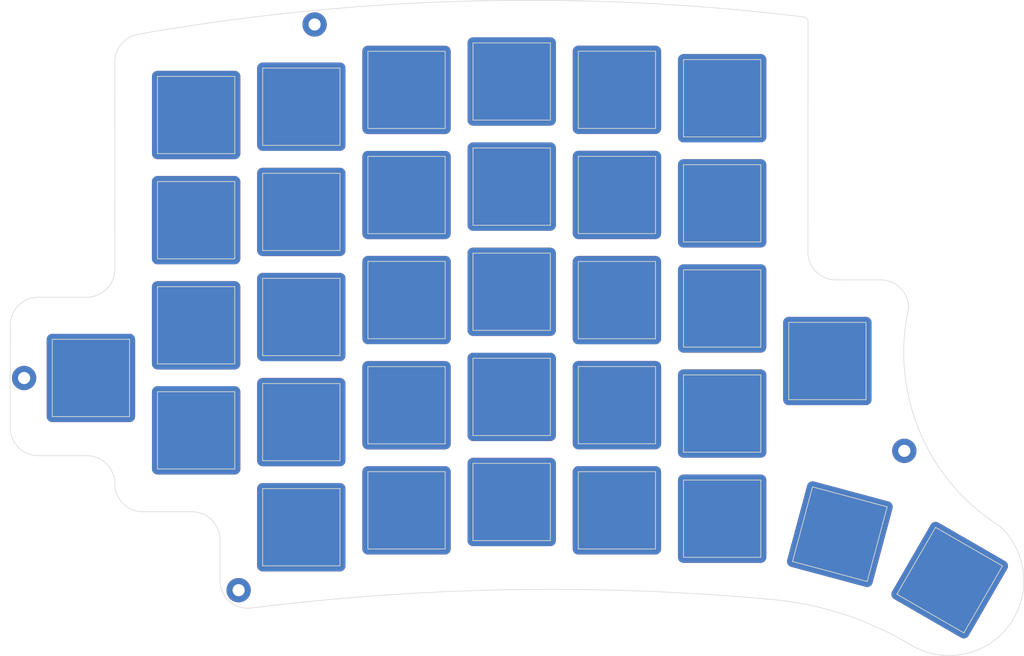
<source format=kicad_pcb>
(kicad_pcb (version 20240108) (generator "pcbnew") (generator_version "8.0")
  (title_block (title "Ashwing66") (date "2024-05-09") (rev "1") (company "James Gzowski"))
  (layers (0 "F.Cu" signal) (31 "B.Cu" signal) (34 "B.Paste" user) (35 "F.Paste" user) (36 "B.SilkS" user "B.Silkscreen") (37 "F.SilkS" user "F.Silkscreen") (38 "B.Mask" user) (39 "F.Mask" user) (44 "Edge.Cuts" user))
  (net 0 "")
  (net 1 "Col_0")
  (net 2 "Col_1")
  (net 3 "Col_2")
  (net 4 "Col_3")
  (net 5 "Col_4")
  (net 6 "Col_5")
  (net 7 "Col_6")
  (net 8 "Col_7")
  (footprint "Button_Switch_Keyboard:SW_Cherry_Choc5_MX_1.00u_PCB_LED_3D2_CUTOUT4" (layer "F.Cu") (at 170.837141 163.899694)
    (property "Reference" "K49" (hide yes))
    (property "Value" "Blank" (hide yes))
    (fp_line (start -9.537 -1.918) (end -9.537 12.082) (stroke (width 0.15)) (layer "Edge.Cuts"))
    (fp_line (start -9.537 12.082) (end 4.463 12.082) (stroke (width 0.15)) (layer "Edge.Cuts"))
    (fp_line (start 4.463 -1.918) (end -9.537 -1.918) (stroke (width 0.15)) (layer "Edge.Cuts"))
    (fp_line (start 4.463 12.082) (end 4.463 -1.918) (stroke (width 0.15)) (layer "Edge.Cuts"))
    (pad "1" smd roundrect (at -2.537 5.082 180) (size 16 16) (layers "F.Cu" "F.Mask") (roundrect_rratio 0.063) (net 2 "Col_1"))
    (pad "1" smd roundrect (at -2.537 5.082 180) (size 16 16) (layers "B.Cu" "B.Mask") (roundrect_rratio 0.063) (net 2 "Col_1"))
  )
  (footprint "" (layer "F.Cu") (at 277.503552 174.190917)
    (property "Reference" "" (at 0 0 0) (layer "F.SilkS") (effects (font (size 1.27 1.27))))
    (property "Value" "")
    (pad "1" thru_hole circle (at 0 0 15) (size 4.4 4.4) (drill 2.2) (layers "*.Cu" "*.Mask"))
  )
  (footprint "Button_Switch_Keyboard:SW_Cherry_Choc5_MX_1.00u_PCB_LED_3D2_CUTOUT4" (layer "F.Cu") (at 170.83714 144.849685)
    (property "Reference" "K33" (hide yes))
    (property "Value" "Blank" (hide yes))
    (fp_line (start -9.537 -1.918) (end -9.537 12.082) (stroke (width 0.15)) (layer "Edge.Cuts"))
    (fp_line (start -9.537 12.082) (end 4.463 12.082) (stroke (width 0.15)) (layer "Edge.Cuts"))
    (fp_line (start 4.463 -1.918) (end -9.537 -1.918) (stroke (width 0.15)) (layer "Edge.Cuts"))
    (fp_line (start 4.463 12.082) (end 4.463 -1.918) (stroke (width 0.15)) (layer "Edge.Cuts"))
    (pad "1" smd roundrect (at -2.537 5.082 180) (size 16 16) (layers "F.Cu" "F.Mask") (roundrect_rratio 0.063) (net 2 "Col_1"))
    (pad "1" smd roundrect (at -2.537 5.082 180) (size 16 16) (layers "B.Cu" "B.Mask") (roundrect_rratio 0.063) (net 2 "Col_1"))
  )
  (footprint "Button_Switch_Keyboard:SW_Cherry_Choc5_MX_1.00u_PCB_LED_3D2_CUTOUT4" (layer "F.Cu") (at 151.787148 127.300986)
    (property "Reference" "K16" (hide yes))
    (property "Value" "Blank" (hide yes))
    (fp_line (start -9.537 -1.918) (end -9.537 12.082) (stroke (width 0.15)) (layer "Edge.Cuts"))
    (fp_line (start -9.537 12.082) (end 4.463 12.082) (stroke (width 0.15)) (layer "Edge.Cuts"))
    (fp_line (start 4.463 -1.918) (end -9.537 -1.918) (stroke (width 0.15)) (layer "Edge.Cuts"))
    (fp_line (start 4.463 12.082) (end 4.463 -1.918) (stroke (width 0.15)) (layer "Edge.Cuts"))
    (pad "1" smd roundrect (at -2.537 5.082 180) (size 16 16) (layers "F.Cu" "F.Mask") (roundrect_rratio 0.063) (net 1 "Col_0"))
    (pad "1" smd roundrect (at -2.537 5.082 180) (size 16 16) (layers "B.Cu" "B.Mask") (roundrect_rratio 0.063) (net 1 "Col_0"))
  )
  (footprint "Button_Switch_Keyboard:SW_Cherry_Choc5_MX_1.00u_PCB_LED_3D2_CUTOUT4" (layer "F.Cu") (at 189.899843 141.776291)
    (property "Reference" "K34" (hide yes))
    (property "Value" "Blank" (hide yes))
    (fp_line (start -9.537 -1.918) (end -9.537 12.082) (stroke (width 0.15)) (layer "Edge.Cuts"))
    (fp_line (start -9.537 12.082) (end 4.463 12.082) (stroke (width 0.15)) (layer "Edge.Cuts"))
    (fp_line (start 4.463 -1.918) (end -9.537 -1.918) (stroke (width 0.15)) (layer "Edge.Cuts"))
    (fp_line (start 4.463 12.082) (end 4.463 -1.918) (stroke (width 0.15)) (layer "Edge.Cuts"))
    (pad "1" smd roundrect (at -2.537 5.082 180) (size 16 16) (layers "F.Cu" "F.Mask") (roundrect_rratio 0.063) (net 3 "Col_2"))
    (pad "1" smd roundrect (at -2.537 5.082 180) (size 16 16) (layers "B.Cu" "B.Mask") (roundrect_rratio 0.063) (net 3 "Col_2"))
  )
  (footprint "Button_Switch_Keyboard:SW_Cherry_Choc5_MX_1.00u_PCB_LED_3D2_CUTOUT4" (layer "F.Cu") (at 151.793495 108.238282)
    (property "Reference" "K0" (hide yes))
    (property "Value" "Blank" (hide yes))
    (fp_line (start -9.537 -1.918) (end -9.537 12.082) (stroke (width 0.15)) (layer "Edge.Cuts"))
    (fp_line (start -9.537 12.082) (end 4.463 12.082) (stroke (width 0.15)) (layer "Edge.Cuts"))
    (fp_line (start 4.463 -1.918) (end -9.537 -1.918) (stroke (width 0.15)) (layer "Edge.Cuts"))
    (fp_line (start 4.463 12.082) (end 4.463 -1.918) (stroke (width 0.15)) (layer "Edge.Cuts"))
    (pad "1" smd roundrect (at -2.537 5.082 180) (size 16 16) (layers "F.Cu" "F.Mask") (roundrect_rratio 0.063) (net 1 "Col_0"))
    (pad "1" smd roundrect (at -2.537 5.082 180) (size 16 16) (layers "B.Cu" "B.Mask") (roundrect_rratio 0.063) (net 1 "Col_0"))
  )
  (footprint "Button_Switch_Keyboard:SW_Cherry_Choc5_MX_1.00u_PCB_LED_3D2_CUTOUT4" (layer "F.Cu") (at 208.937141 178.377679)
    (property "Reference" "K66" (hide yes))
    (property "Value" "Blank" (hide yes))
    (fp_line (start -9.537 -1.918) (end -9.537 12.082) (stroke (width 0.15)) (layer "Edge.Cuts"))
    (fp_line (start -9.537 12.082) (end 4.463 12.082) (stroke (width 0.15)) (layer "Edge.Cuts"))
    (fp_line (start 4.463 -1.918) (end -9.537 -1.918) (stroke (width 0.15)) (layer "Edge.Cuts"))
    (fp_line (start 4.463 12.082) (end 4.463 -1.918) (stroke (width 0.15)) (layer "Edge.Cuts"))
    (pad "1" smd roundrect (at -2.537 5.082 180) (size 16 16) (layers "F.Cu" "F.Mask") (roundrect_rratio 0.063) (net 4 "Col_3"))
    (pad "1" smd roundrect (at -2.537 5.082 180) (size 16 16) (layers "B.Cu" "B.Mask") (roundrect_rratio 0.063) (net 4 "Col_3"))
  )
  (footprint "Button_Switch_Keyboard:SW_Cherry_Choc5_MX_1.00u_PCB_LED_3D2_CUTOUT4" (layer "F.Cu") (at 227.993493 141.788989)
    (property "Reference" "K36" (hide yes))
    (property "Value" "Blank" (hide yes))
    (fp_line (start -9.537 -1.918) (end -9.537 12.082) (stroke (width 0.15)) (layer "Edge.Cuts"))
    (fp_line (start -9.537 12.082) (end 4.463 12.082) (stroke (width 0.15)) (layer "Edge.Cuts"))
    (fp_line (start 4.463 -1.918) (end -9.537 -1.918) (stroke (width 0.15)) (layer "Edge.Cuts"))
    (fp_line (start 4.463 12.082) (end 4.463 -1.918) (stroke (width 0.15)) (layer "Edge.Cuts"))
    (pad "1" smd roundrect (at -2.537 5.082 180) (size 16 16) (layers "F.Cu" "F.Mask") (roundrect_rratio 0.063) (net 5 "Col_4"))
    (pad "1" smd roundrect (at -2.537 5.082 180) (size 16 16) (layers "B.Cu" "B.Mask") (roundrect_rratio 0.063) (net 5 "Col_4"))
  )
  (footprint "MountingHole:MountingHole_2.2mm_M2_Pad" (layer "F.Cu") (at 156.952672 199.440805 30)
    (property "Reference" "H4")
    (property "Value" "MountingHole")
    (pad "1" thru_hole circle (at 0 0 30) (size 4.4 4.4) (drill 2.2) (layers "*.Cu" "*.Mask"))
  )
  (footprint "Button_Switch_Keyboard:SW_Cherry_Choc5_MX_1.00u_PCB_LED_3D2_CUTOUT4" (layer "F.Cu") (at 227.999836 160.826284)
    (property "Reference" "K52" (hide yes))
    (property "Value" "Blank" (hide yes))
    (fp_line (start -9.537 -1.918) (end -9.537 12.082) (stroke (width 0.15)) (layer "Edge.Cuts"))
    (fp_line (start -9.537 12.082) (end 4.463 12.082) (stroke (width 0.15)) (layer "Edge.Cuts"))
    (fp_line (start 4.463 -1.918) (end -9.537 -1.918) (stroke (width 0.15)) (layer "Edge.Cuts"))
    (fp_line (start 4.463 12.082) (end 4.463 -1.918) (stroke (width 0.15)) (layer "Edge.Cuts"))
    (pad "1" smd roundrect (at -2.537 5.082 180) (size 16 16) (layers "F.Cu" "F.Mask") (roundrect_rratio 0.063) (net 5 "Col_4"))
    (pad "1" smd roundrect (at -2.537 5.082 180) (size 16 16) (layers "B.Cu" "B.Mask") (roundrect_rratio 0.063) (net 5 "Col_4"))
  )
  (footprint "Button_Switch_Keyboard:SW_Cherry_Choc5_MX_1.00u_PCB_LED_3D2_CUTOUT4" (layer "F.Cu") (at 290.462867 194.48531 -30)
    (property "Reference" "K69" (hide yes))
    (property "Value" "Blank" (hide yes))
    (fp_line (start -9.537 12.082) (end 4.463 12.082) (stroke (width 0.15)) (layer "Edge.Cuts"))
    (fp_line (start -9.537 -1.918) (end -9.537 12.082) (stroke (width 0.15)) (layer "Edge.Cuts"))
    (fp_line (start 4.463 12.082) (end 4.463 -1.918) (stroke (width 0.15)) (layer "Edge.Cuts"))
    (fp_line (start 4.463 -1.918) (end -9.537 -1.918) (stroke (width 0.15)) (layer "Edge.Cuts"))
    (pad "1" smd roundrect (at -2.537 5.082 150) (size 16 16) (layers "F.Cu" "F.Mask") (roundrect_rratio 0.063) (net 8 "Col_7"))
    (pad "1" smd roundrect (at -2.537 5.082 150) (size 16 16) (layers "B.Cu" "B.Mask") (roundrect_rratio 0.063) (net 8 "Col_7"))
  )
  (footprint "Button_Switch_Keyboard:SW_Cherry_Choc5_MX_1.00u_PCB_LED_3D2_CUTOUT4" (layer "F.Cu") (at 247.049841 143.300283)
    (property "Reference" "K37" (hide yes))
    (property "Value" "Blank" (hide yes))
    (fp_line (start -9.537 -1.918) (end -9.537 12.082) (stroke (width 0.15)) (layer "Edge.Cuts"))
    (fp_line (start -9.537 12.082) (end 4.463 12.082) (stroke (width 0.15)) (layer "Edge.Cuts"))
    (fp_line (start 4.463 -1.918) (end -9.537 -1.918) (stroke (width 0.15)) (layer "Edge.Cuts"))
    (fp_line (start 4.463 12.082) (end 4.463 -1.918) (stroke (width 0.15)) (layer "Edge.Cuts"))
    (pad "1" smd roundrect (at -2.537 5.082 180) (size 16 16) (layers "F.Cu" "F.Mask") (roundrect_rratio 0.063) (net 6 "Col_5"))
    (pad "1" smd roundrect (at -2.537 5.082 180) (size 16 16) (layers "B.Cu" "B.Mask") (roundrect_rratio 0.063) (net 6 "Col_5"))
  )
  (footprint "Button_Switch_Keyboard:SW_Cherry_Choc5_MX_1.00u_PCB_LED_3D2_CUTOUT4" (layer "F.Cu") (at 227.99984 122.726288)
    (property "Reference" "K20" (hide yes))
    (property "Value" "Blank" (hide yes))
    (fp_line (start -9.537 -1.918) (end -9.537 12.082) (stroke (width 0.15)) (layer "Edge.Cuts"))
    (fp_line (start -9.537 12.082) (end 4.463 12.082) (stroke (width 0.15)) (layer "Edge.Cuts"))
    (fp_line (start 4.463 -1.918) (end -9.537 -1.918) (stroke (width 0.15)) (layer "Edge.Cuts"))
    (fp_line (start 4.463 12.082) (end 4.463 -1.918) (stroke (width 0.15)) (layer "Edge.Cuts"))
    (pad "1" smd roundrect (at -2.537 5.082 180) (size 16 16) (layers "F.Cu" "F.Mask") (roundrect_rratio 0.063) (net 5 "Col_4"))
    (pad "1" smd roundrect (at -2.537 5.082 180) (size 16 16) (layers "B.Cu" "B.Mask") (roundrect_rratio 0.063) (net 5 "Col_4"))
  )
  (footprint "Button_Switch_Keyboard:SW_Cherry_Choc5_MX_1.00u_PCB_LED_3D2_CUTOUT4" (layer "F.Cu") (at 266.109241 152.827463)
    (property "Reference" "K60" (hide yes))
    (property "Value" "Blank" (hide yes))
    (fp_line (start -9.537 -1.918) (end -9.537 12.082) (stroke (width 0.15)) (layer "Edge.Cuts"))
    (fp_line (start -9.537 12.082) (end 4.463 12.082) (stroke (width 0.15)) (layer "Edge.Cuts"))
    (fp_line (start 4.463 -1.918) (end -9.537 -1.918) (stroke (width 0.15)) (layer "Edge.Cuts"))
    (fp_line (start 4.463 12.082) (end 4.463 -1.918) (stroke (width 0.15)) (layer "Edge.Cuts"))
    (pad "1" smd roundrect (at -2.537 5.082 180) (size 16 16) (layers "F.Cu" "F.Mask") (roundrect_rratio 0.063) (net 7 "Col_6"))
    (pad "1" smd roundrect (at -2.537 5.082 180) (size 16 16) (layers "B.Cu" "B.Mask") (roundrect_rratio 0.063) (net 7 "Col_6"))
  )
  (footprint "Button_Switch_Keyboard:SW_Cherry_Choc5_MX_1.00u_PCB_LED_3D2_CUTOUT4" (layer "F.Cu") (at 247.049846 124.250288)
    (property "Reference" "K21" (hide yes))
    (property "Value" "Blank" (hide yes))
    (fp_line (start -9.537 -1.918) (end -9.537 12.082) (stroke (width 0.15)) (layer "Edge.Cuts"))
    (fp_line (start -9.537 12.082) (end 4.463 12.082) (stroke (width 0.15)) (layer "Edge.Cuts"))
    (fp_line (start 4.463 -1.918) (end -9.537 -1.918) (stroke (width 0.15)) (layer "Edge.Cuts"))
    (fp_line (start 4.463 12.082) (end 4.463 -1.918) (stroke (width 0.15)) (layer "Edge.Cuts"))
    (pad "1" smd roundrect (at -2.537 5.082 180) (size 16 16) (layers "F.Cu" "F.Mask") (roundrect_rratio 0.063) (net 6 "Col_5"))
    (pad "1" smd roundrect (at -2.537 5.082 180) (size 16 16) (layers "B.Cu" "B.Mask") (roundrect_rratio 0.063) (net 6 "Col_5"))
  )
  (footprint "Button_Switch_Keyboard:SW_Cherry_Choc5_MX_1.00u_PCB_LED_3D2_CUTOUT4" (layer "F.Cu") (at 269.598331 185.037481 -15)
    (property "Reference" "K69" (hide yes))
    (property "Value" "Blank" (hide yes))
    (fp_line (start -9.537 12.082) (end 4.463 12.082) (stroke (width 0.15)) (layer "Edge.Cuts"))
    (fp_line (start -9.537 -1.918) (end -9.537 12.082) (stroke (width 0.15)) (layer "Edge.Cuts"))
    (fp_line (start 4.463 12.082) (end 4.463 -1.918) (stroke (width 0.15)) (layer "Edge.Cuts"))
    (fp_line (start 4.463 -1.918) (end -9.537 -1.918) (stroke (width 0.15)) (layer "Edge.Cuts"))
    (pad "1" smd roundrect (at -2.537 5.082 165) (size 16 16) (layers "F.Cu" "F.Mask") (roundrect_rratio 0.063) (net 7 "Col_6"))
    (pad "1" smd roundrect (at -2.537 5.082 165) (size 16 16) (layers "B.Cu" "B.Mask") (roundrect_rratio 0.063) (net 7 "Col_6"))
  )
  (footprint "Button_Switch_Keyboard:SW_Cherry_Choc5_MX_1.00u_PCB_LED_3D2_CUTOUT4" (layer "F.Cu") (at 247.049843 181.400286)
    (property "Reference" "K68" (hide yes))
    (property "Value" "Blank" (hide yes))
    (fp_line (start -9.537 -1.918) (end -9.537 12.082) (stroke (width 0.15)) (layer "Edge.Cuts"))
    (fp_line (start -9.537 12.082) (end 4.463 12.082) (stroke (width 0.15)) (layer "Edge.Cuts"))
    (fp_line (start 4.463 -1.918) (end -9.537 -1.918) (stroke (width 0.15)) (layer "Edge.Cuts"))
    (fp_line (start 4.463 12.082) (end 4.463 -1.918) (stroke (width 0.15)) (layer "Edge.Cuts"))
    (pad "1" smd roundrect (at -2.537 5.082 180) (size 16 16) (layers "F.Cu" "F.Mask") (roundrect_rratio 0.063) (net 6 "Col_5"))
    (pad "1" smd roundrect (at -2.537 5.082 180) (size 16 16) (layers "B.Cu" "B.Mask") (roundrect_rratio 0.063) (net 6 "Col_5"))
  )
  (footprint "Button_Switch_Keyboard:SW_Cherry_Choc5_MX_1.00u_PCB_LED_3D2_CUTOUT4" (layer "F.Cu") (at 189.893497 122.738983)
    (property "Reference" "K18" (hide yes))
    (property "Value" "Blank" (hide yes))
    (fp_line (start -9.537 -1.918) (end -9.537 12.082) (stroke (width 0.15)) (layer "Edge.Cuts"))
    (fp_line (start -9.537 12.082) (end 4.463 12.082) (stroke (width 0.15)) (layer "Edge.Cuts"))
    (fp_line (start 4.463 -1.918) (end -9.537 -1.918) (stroke (width 0.15)) (layer "Edge.Cuts"))
    (fp_line (start 4.463 12.082) (end 4.463 -1.918) (stroke (width 0.15)) (layer "Edge.Cuts"))
    (pad "1" smd roundrect (at -2.537 5.082 180) (size 16 16) (layers "F.Cu" "F.Mask") (roundrect_rratio 0.063) (net 3 "Col_2"))
    (pad "1" smd roundrect (at -2.537 5.082 180) (size 16 16) (layers "B.Cu" "B.Mask") (roundrect_rratio 0.063) (net 3 "Col_2"))
  )
  (footprint "Button_Switch_Keyboard:SW_Cherry_Choc5_MX_1.00u_PCB_LED_3D2_CUTOUT4" (layer "F.Cu") (at 227.999843 103.67629)
    (property "Reference" "K4" (hide yes))
    (property "Value" "Blank" (hide yes))
    (fp_line (start -9.537 -1.918) (end -9.537 12.082) (stroke (width 0.15)) (layer "Edge.Cuts"))
    (fp_line (start -9.537 12.082) (end 4.463 12.082) (stroke (width 0.15)) (layer "Edge.Cuts"))
    (fp_line (start 4.463 -1.918) (end -9.537 -1.918) (stroke (width 0.15)) (layer "Edge.Cuts"))
    (fp_line (start 4.463 12.082) (end 4.463 -1.918) (stroke (width 0.15)) (layer "Edge.Cuts"))
    (pad "1" smd roundrect (at -2.537 5.082 180) (size 16 16) (layers "F.Cu" "F.Mask") (roundrect_rratio 0.063) (net 5 "Col_4"))
    (pad "1" smd roundrect (at -2.537 5.082 180) (size 16 16) (layers "B.Cu" "B.Mask") (roundrect_rratio 0.063) (net 5 "Col_4"))
  )
  (footprint "Button_Switch_Keyboard:SW_Cherry_Choc5_MX_1.00u_PCB_LED_3D2_CUTOUT4" (layer "F.Cu") (at 170.837141 182.949686)
    (property "Reference" "K64" (hide yes))
    (property "Value" "Blank" (hide yes))
    (fp_line (start -9.537 -1.918) (end -9.537 12.082) (stroke (width 0.15)) (layer "Edge.Cuts"))
    (fp_line (start -9.537 12.082) (end 4.463 12.082) (stroke (width 0.15)) (layer "Edge.Cuts"))
    (fp_line (start 4.463 -1.918) (end -9.537 -1.918) (stroke (width 0.15)) (layer "Edge.Cuts"))
    (fp_line (start 4.463 12.082) (end 4.463 -1.918) (stroke (width 0.15)) (layer "Edge.Cuts"))
    (pad "1" smd roundrect (at -2.537 5.082 180) (size 16 16) (layers "F.Cu" "F.Mask") (roundrect_rratio 0.063) (net 2 "Col_1"))
    (pad "1" smd roundrect (at -2.537 5.082 180) (size 16 16) (layers "B.Cu" "B.Mask") (roundrect_rratio 0.063) (net 2 "Col_1"))
  )
  (footprint "Button_Switch_Keyboard:SW_Cherry_Choc5_MX_1.00u_PCB_LED_3D2_CUTOUT4" (layer "F.Cu") (at 208.937141 159.327687)
    (property "Reference" "K51" (hide yes))
    (property "Value" "Blank" (hide yes))
    (fp_line (start -9.537 -1.918) (end -9.537 12.082) (stroke (width 0.15)) (layer "Edge.Cuts"))
    (fp_line (start -9.537 12.082) (end 4.463 12.082) (stroke (width 0.15)) (layer "Edge.Cuts"))
    (fp_line (start 4.463 -1.918) (end -9.537 -1.918) (stroke (width 0.15)) (layer "Edge.Cuts"))
    (fp_line (start 4.463 12.082) (end 4.463 -1.918) (stroke (width 0.15)) (layer "Edge.Cuts"))
    (pad "1" smd roundrect (at -2.537 5.082 180) (size 16 16) (layers "F.Cu" "F.Mask") (roundrect_rratio 0.063) (net 4 "Col_3"))
    (pad "1" smd roundrect (at -2.537 5.082 180) (size 16 16) (layers "B.Cu" "B.Mask") (roundrect_rratio 0.063) (net 4 "Col_3"))
  )
  (footprint "Button_Switch_Keyboard:SW_Cherry_Choc5_MX_1.00u_PCB_LED_3D2_CUTOUT4" (layer "F.Cu") (at 189.893492 103.688991)
    (property "Reference" "K2" (hide yes))
    (property "Value" "Blank" (hide yes))
    (fp_line (start -9.537 -1.918) (end -9.537 12.082) (stroke (width 0.15)) (layer "Edge.Cuts"))
    (fp_line (start -9.537 12.082) (end 4.463 12.082) (stroke (width 0.15)) (layer "Edge.Cuts"))
    (fp_line (start 4.463 -1.918) (end -9.537 -1.918) (stroke (width 0.15)) (layer "Edge.Cuts"))
    (fp_line (start 4.463 12.082) (end 4.463 -1.918) (stroke (width 0.15)) (layer "Edge.Cuts"))
    (pad "1" smd roundrect (at -2.537 5.082 180) (size 16 16) (layers "F.Cu" "F.Mask") (roundrect_rratio 0.063) (net 3 "Col_2"))
    (pad "1" smd roundrect (at -2.537 5.082 180) (size 16 16) (layers "B.Cu" "B.Mask") (roundrect_rratio 0.063) (net 3 "Col_2"))
  )
  (footprint "Button_Switch_Keyboard:SW_Cherry_Choc5_MX_1.00u_PCB_LED_3D2_CUTOUT4" (layer "F.Cu") (at 227.993495 179.888986)
    (property "Reference" "K67" (hide yes))
    (property "Value" "Blank" (hide yes))
    (fp_line (start -9.537 -1.918) (end -9.537 12.082) (stroke (width 0.15)) (layer "Edge.Cuts"))
    (fp_line (start -9.537 12.082) (end 4.463 12.082) (stroke (width 0.15)) (layer "Edge.Cuts"))
    (fp_line (start 4.463 -1.918) (end -9.537 -1.918) (stroke (width 0.15)) (layer "Edge.Cuts"))
    (fp_line (start 4.463 12.082) (end 4.463 -1.918) (stroke (width 0.15)) (layer "Edge.Cuts"))
    (pad "1" smd roundrect (at -2.537 5.082 180) (size 16 16) (layers "F.Cu" "F.Mask") (roundrect_rratio 0.063) (net 5 "Col_4"))
    (pad "1" smd roundrect (at -2.537 5.082 180) (size 16 16) (layers "B.Cu" "B.Mask") (roundrect_rratio 0.063) (net 5 "Col_4"))
  )
  (footprint "MountingHole:MountingHole_2.2mm_M2_Pad" (layer "F.Cu") (at 170.709919 96.91157 30)
    (property "Reference" "H4")
    (property "Value" "MountingHole")
    (pad "1" thru_hole circle (at 0 0 30) (size 4.4 4.4) (drill 2.2) (layers "*.Cu" "*.Mask"))
  )
  (footprint "Button_Switch_Keyboard:SW_Cherry_Choc5_MX_1.00u_PCB_LED_3D2_CUTOUT4" (layer "F.Cu") (at 208.943498 121.214985)
    (property "Reference" "K19" (hide yes))
    (property "Value" "Blank" (hide yes))
    (fp_line (start -9.537 -1.918) (end -9.537 12.082) (stroke (width 0.15)) (layer "Edge.Cuts"))
    (fp_line (start -9.537 12.082) (end 4.463 12.082) (stroke (width 0.15)) (layer "Edge.Cuts"))
    (fp_line (start 4.463 -1.918) (end -9.537 -1.918) (stroke (width 0.15)) (layer "Edge.Cuts"))
    (fp_line (start 4.463 12.082) (end 4.463 -1.918) (stroke (width 0.15)) (layer "Edge.Cuts"))
    (pad "1" smd roundrect (at -2.537 5.082 180) (size 16 16) (layers "F.Cu" "F.Mask") (roundrect_rratio 0.063) (net 4 "Col_3"))
    (pad "1" smd roundrect (at -2.537 5.082 180) (size 16 16) (layers "B.Cu" "B.Mask") (roundrect_rratio 0.063) (net 4 "Col_3"))
  )
  (footprint "Button_Switch_Keyboard:SW_Cherry_Choc5_MX_1.00u_PCB_LED_3D2_CUTOUT4" (layer "F.Cu") (at 189.893493 179.888989)
    (property "Reference" "K65" (hide yes))
    (property "Value" "Blank" (hide yes))
    (fp_line (start -9.537 -1.918) (end -9.537 12.082) (stroke (width 0.15)) (layer "Edge.Cuts"))
    (fp_line (start -9.537 12.082) (end 4.463 12.082) (stroke (width 0.15)) (layer "Edge.Cuts"))
    (fp_line (start 4.463 -1.918) (end -9.537 -1.918) (stroke (width 0.15)) (layer "Edge.Cuts"))
    (fp_line (start 4.463 12.082) (end 4.463 -1.918) (stroke (width 0.15)) (layer "Edge.Cuts"))
    (pad "1" smd roundrect (at -2.537 5.082 180) (size 16 16) (layers "F.Cu" "F.Mask") (roundrect_rratio 0.063) (net 3 "Col_2"))
    (pad "1" smd roundrect (at -2.537 5.082 180) (size 16 16) (layers "B.Cu" "B.Mask") (roundrect_rratio 0.063) (net 3 "Col_2"))
  )
  (footprint "MountingHole:MountingHole_2.2mm_M2_Pad" (layer "F.Cu") (at 118.099921 160.989633 15)
    (property "Reference" "H4")
    (property "Value" "MountingHole")
    (pad "1" thru_hole circle (at 0 0 15) (size 4.4 4.4) (drill 2.2) (layers "*.Cu" "*.Mask"))
  )
  (footprint "Button_Switch_Keyboard:SW_Cherry_Choc5_MX_1.00u_PCB_LED_3D2_CUTOUT4" (layer "F.Cu") (at 208.937149 140.277684)
    (property "Reference" "K35" (hide yes))
    (property "Value" "Blank" (hide yes))
    (fp_line (start -9.537 -1.918) (end -9.537 12.082) (stroke (width 0.15)) (layer "Edge.Cuts"))
    (fp_line (start -9.537 12.082) (end 4.463 12.082) (stroke (width 0.15)) (layer "Edge.Cuts"))
    (fp_line (start 4.463 -1.918) (end -9.537 -1.918) (stroke (width 0.15)) (layer "Edge.Cuts"))
    (fp_line (start 4.463 12.082) (end 4.463 -1.918) (stroke (width 0.15)) (layer "Edge.Cuts"))
    (pad "1" smd roundrect (at -2.537 5.082 180) (size 16 16) (layers "F.Cu" "F.Mask") (roundrect_rratio 0.063) (net 4 "Col_3"))
    (pad "1" smd roundrect (at -2.537 5.082 180) (size 16 16) (layers "B.Cu" "B.Mask") (roundrect_rratio 0.063) (net 4 "Col_3"))
  )
  (footprint "Button_Switch_Keyboard:SW_Cherry_Choc5_MX_1.00u_PCB_LED_3D2_CUTOUT4" (layer "F.Cu") (at 132.737145 155.891687)
    (property "Reference" "K60" (hide yes))
    (property "Value" "Blank" (hide yes))
    (fp_line (start -9.537 -1.918) (end -9.537 12.082) (stroke (width 0.15)) (layer "Edge.Cuts"))
    (fp_line (start -9.537 12.082) (end 4.463 12.082) (stroke (width 0.15)) (layer "Edge.Cuts"))
    (fp_line (start 4.463 -1.918) (end -9.537 -1.918) (stroke (width 0.15)) (layer "Edge.Cuts"))
    (fp_line (start 4.463 12.082) (end 4.463 -1.918) (stroke (width 0.15)) (layer "Edge.Cuts"))
    (pad "1" smd roundrect (at -2.537 5.082 180) (size 16 16) (layers "F.Cu" "F.Mask") (roundrect_rratio 0.063) (net 1 "Col_0"))
    (pad "1" smd roundrect (at -2.537 5.082 180) (size 16 16) (layers "B.Cu" "B.Mask") (roundrect_rratio 0.063) (net 1 "Col_0"))
  )
  (footprint "Button_Switch_Keyboard:SW_Cherry_Choc5_MX_1.00u_PCB_LED_3D2_CUTOUT4" (layer "F.Cu") (at 151.787147 146.350987)
    (property "Reference" "K32" (hide yes))
    (property "Value" "Blank" (hide yes))
    (fp_line (start -9.537 -1.918) (end -9.537 12.082) (stroke (width 0.15)) (layer "Edge.Cuts"))
    (fp_line (start -9.537 12.082) (end 4.463 12.082) (stroke (width 0.15)) (layer "Edge.Cuts"))
    (fp_line (start 4.463 -1.918) (end -9.537 -1.918) (stroke (width 0.15)) (layer "Edge.Cuts"))
    (fp_line (start 4.463 12.082) (end 4.463 -1.918) (stroke (width 0.15)) (layer "Edge.Cuts"))
    (pad "1" smd roundrect (at -2.537 5.082 180) (size 16 16) (layers "F.Cu" "F.Mask") (roundrect_rratio 0.063) (net 1 "Col_0"))
    (pad "1" smd roundrect (at -2.537 5.082 180) (size 16 16) (layers "B.Cu" "B.Mask") (roundrect_rratio 0.063) (net 1 "Col_0"))
  )
  (footprint "Button_Switch_Keyboard:SW_Cherry_Choc5_MX_1.00u_PCB_LED_3D2_CUTOUT4" (layer "F.Cu") (at 151.793497 165.388284)
    (property "Reference" "K48" (hide yes))
    (property "Value" "Blank" (hide yes))
    (fp_line (start -9.537 -1.918) (end -9.537 12.082) (stroke (width 0.15)) (layer "Edge.Cuts"))
    (fp_line (start -9.537 12.082) (end 4.463 12.082) (stroke (width 0.15)) (layer "Edge.Cuts"))
    (fp_line (start 4.463 -1.918) (end -9.537 -1.918) (stroke (width 0.15)) (layer "Edge.Cuts"))
    (fp_line (start 4.463 12.082) (end 4.463 -1.918) (stroke (width 0.15)) (layer "Edge.Cuts"))
    (pad "1" smd roundrect (at -2.537 5.082 180) (size 16 16) (layers "F.Cu" "F.Mask") (roundrect_rratio 0.063) (net 1 "Col_0"))
    (pad "1" smd roundrect (at -2.537 5.082 180) (size 16 16) (layers "B.Cu" "B.Mask") (roundrect_rratio 0.063) (net 1 "Col_0"))
  )
  (footprint "Button_Switch_Keyboard:SW_Cherry_Choc5_MX_1.00u_PCB_LED_3D2_CUTOUT4" (layer "F.Cu") (at 189.893488 160.83899)
    (property "Reference" "K50" (hide yes))
    (property "Value" "Blank" (hide yes))
    (fp_line (start -9.537 -1.918) (end -9.537 12.082) (stroke (width 0.15)) (layer "Edge.Cuts"))
    (fp_line (start -9.537 12.082) (end 4.463 12.082) (stroke (width 0.15)) (layer "Edge.Cuts"))
    (fp_line (start 4.463 -1.918) (end -9.537 -1.918) (stroke (width 0.15)) (layer "Edge.Cuts"))
    (fp_line (start 4.463 12.082) (end 4.463 -1.918) (stroke (width 0.15)) (layer "Edge.Cuts"))
    (pad "1" smd roundrect (at -2.537 5.082 180) (size 16 16) (layers "F.Cu" "F.Mask") (roundrect_rratio 0.063) (net 3 "Col_2"))
    (pad "1" smd roundrect (at -2.537 5.082 180) (size 16 16) (layers "B.Cu" "B.Mask") (roundrect_rratio 0.063) (net 3 "Col_2"))
  )
  (footprint "Button_Switch_Keyboard:SW_Cherry_Choc5_MX_1.00u_PCB_LED_3D2_CUTOUT4" (layer "F.Cu") (at 247.049848 162.350282)
    (property "Reference" "K53" (hide yes))
    (property "Value" "Blank" (hide yes))
    (fp_line (start -9.537 -1.918) (end -9.537 12.082) (stroke (width 0.15)) (layer "Edge.Cuts"))
    (fp_line (start -9.537 12.082) (end 4.463 12.082) (stroke (width 0.15)) (layer "Edge.Cuts"))
    (fp_line (start 4.463 -1.918) (end -9.537 -1.918) (stroke (width 0.15)) (layer "Edge.Cuts"))
    (fp_line (start 4.463 12.082) (end 4.463 -1.918) (stroke (width 0.15)) (layer "Edge.Cuts"))
    (pad "1" smd roundrect (at -2.537 5.082 180) (size 16 16) (layers "F.Cu" "F.Mask") (roundrect_rratio 0.063) (net 6 "Col_5"))
    (pad "1" smd roundrect (at -2.537 5.082 180) (size 16 16) (layers "B.Cu" "B.Mask") (roundrect_rratio 0.063) (net 6 "Col_5"))
  )
  (footprint "Button_Switch_Keyboard:SW_Cherry_Choc5_MX_1.00u_PCB_LED_3D2_CUTOUT4" (layer "F.Cu") (at 170.837146 125.799688)
    (property "Reference" "K17" (hide yes))
    (property "Value" "Blank" (hide yes))
    (fp_line (start -9.537 -1.918) (end -9.537 12.082) (stroke (width 0.15)) (layer "Edge.Cuts"))
    (fp_line (start -9.537 12.082) (end 4.463 12.082) (stroke (width 0.15)) (layer "Edge.Cuts"))
    (fp_line (start 4.463 -1.918) (end -9.537 -1.918) (stroke (width 0.15)) (layer "Edge.Cuts"))
    (fp_line (start 4.463 12.082) (end 4.463 -1.918) (stroke (width 0.15)) (layer "Edge.Cuts"))
    (pad "1" smd roundrect (at -2.537 5.082 180) (size 16 16) (layers "F.Cu" "F.Mask") (roundrect_rratio 0.063) (net 2 "Col_1"))
    (pad "1" smd roundrect (at -2.537 5.082 180) (size 16 16) (layers "B.Cu" "B.Mask") (roundrect_rratio 0.063) (net 2 "Col_1"))
  )
  (footprint "Button_Switch_Keyboard:SW_Cherry_Choc5_MX_1.00u_PCB_LED_3D2_CUTOUT4" (layer "F.Cu") (at 247.049843 105.200286)
    (property "Reference" "K5" (hide yes))
    (property "Value" "Blank" (hide yes))
    (fp_line (start -9.537 -1.918) (end -9.537 12.082) (stroke (width 0.15)) (layer "Edge.Cuts"))
    (fp_line (start -9.537 12.082) (end 4.463 12.082) (stroke (width 0.15)) (layer "Edge.Cuts"))
    (fp_line (start 4.463 -1.918) (end -9.537 -1.918) (stroke (width 0.15)) (layer "Edge.Cuts"))
    (fp_line (start 4.463 12.082) (end 4.463 -1.918) (stroke (width 0.15)) (layer "Edge.Cuts"))
    (pad "1" smd roundrect (at -2.537 5.082 180) (size 16 16) (layers "F.Cu" "F.Mask") (roundrect_rratio 0.063) (net 6 "Col_5"))
    (pad "1" smd roundrect (at -2.537 5.082 180) (size 16 16) (layers "B.Cu" "B.Mask") (roundrect_rratio 0.063) (net 6 "Col_5"))
  )
  (footprint "Button_Switch_Keyboard:SW_Cherry_Choc5_MX_1.00u_PCB_LED_3D2_CUTOUT4" (layer "F.Cu") (at 170.843495 106.736989)
    (property "Reference" "K1" (hide yes))
    (property "Value" "Blank" (hide yes))
    (fp_line (start -9.537 -1.918) (end -9.537 12.082) (stroke (width 0.15)) (layer "Edge.Cuts"))
    (fp_line (start -9.537 12.082) (end 4.463 12.082) (stroke (width 0.15)) (layer "Edge.Cuts"))
    (fp_line (start 4.463 -1.918) (end -9.537 -1.918) (stroke (width 0.15)) (layer "Edge.Cuts"))
    (fp_line (start 4.463 12.082) (end 4.463 -1.918) (stroke (width 0.15)) (layer "Edge.Cuts"))
    (pad "1" smd roundrect (at -2.537 5.082 180) (size 16 16) (layers "F.Cu" "F.Mask") (roundrect_rratio 0.063) (net 2 "Col_1"))
    (pad "1" smd roundrect (at -2.537 5.082 180) (size 16 16) (layers "B.Cu" "B.Mask") (roundrect_rratio 0.063) (net 2 "Col_1"))
  )
  (footprint "Button_Switch_Keyboard:SW_Cherry_Choc5_MX_1.00u_PCB_LED_3D2_CUTOUT4" (layer "F.Cu") (at 208.943499 102.164985)
    (property "Reference" "K3" (hide yes))
    (property "Value" "Blank" (hide yes))
    (fp_line (start -9.537 -1.918) (end -9.537 12.082) (stroke (width 0.15)) (layer "Edge.Cuts"))
    (fp_line (start -9.537 12.082) (end 4.463 12.082) (stroke (width 0.15)) (layer "Edge.Cuts"))
    (fp_line (start 4.463 -1.918) (end -9.537 -1.918) (stroke (width 0.15)) (layer "Edge.Cuts"))
    (fp_line (start 4.463 12.082) (end 4.463 -1.918) (stroke (width 0.15)) (layer "Edge.Cuts"))
    (pad "1" smd roundrect (at -2.537 5.082 180) (size 16 16) (layers "F.Cu" "F.Mask") (roundrect_rratio 0.063) (net 4 "Col_3"))
    (pad "1" smd roundrect (at -2.537 5.082 180) (size 16 16) (layers "B.Cu" "B.Mask") (roundrect_rratio 0.063) (net 4 "Col_3"))
  )
  (gr_arc (start 134.523495 141.26899) (mid 133.03561 144.861107) (end 129.443491 146.348985) (stroke (width 0.1)) (layer "Edge.Cuts"))
  (gr_arc (start 139.601493 185.222986) (mid 136.009402 183.735078) (end 134.521495 180.142991) (stroke (width 0.1)) (layer "Edge.Cuts"))
  (gr_line (start 260.071469 96.298756) (end 260.046291 138.125923) (stroke (width 0.1)) (layer "Edge.Cuts"))
  (gr_arc (start 120.663606 175.060878) (mid 117.071494 173.572996) (end 115.58361 169.980869) (stroke (width 0.1)) (layer "Edge.Cuts"))
  (gr_arc (start 254.11382 201.179118) (mid 266.813044 203.905151) (end 278.616292 209.32593) (stroke (width 0.1)) (layer "Edge.Cuts"))
  (gr_arc (start 159.075893 202.696581) (mid 206.553534 199.349836) (end 254.11382 201.179118) (stroke (width 0.1)) (layer "Edge.Cuts"))
  (gr_arc (start 273.206293 143.201929) (mid 276.79841 144.689817) (end 278.286287 148.281937) (stroke (width 0.1)) (layer "Edge.Cuts"))
  (gr_arc (start 138.688822 98.69912) (mid 198.86169 92.667836) (end 259.267491 95.546989) (stroke (width 0.1)) (layer "Edge.Cuts"))
  (gr_arc (start 294.876292 187.89593) (mid 280.295446 170.721392) (end 278.286287 148.281937) (stroke (width 0.1)) (layer "Edge.Cuts"))
  (gr_arc (start 259.267491 95.546989) (mid 259.777012 95.807884) (end 260.071469 96.298756) (stroke (width 0.1)) (layer "Edge.Cuts"))
  (gr_arc (start 129.441495 175.062986) (mid 133.033557 176.550921) (end 134.521495 180.142991) (stroke (width 0.1)) (layer "Edge.Cuts"))
  (gr_line (start 148.491491 185.222991) (end 139.601493 185.222986) (stroke (width 0.1)) (layer "Edge.Cuts"))
  (gr_line (start 153.571494 197.668988) (end 153.571498 190.302983) (stroke (width 0.1)) (layer "Edge.Cuts"))
  (gr_arc (start 294.876292 187.89593) (mid 296.398124 205.934249) (end 278.616292 209.32593) (stroke (width 0.1)) (layer "Edge.Cuts"))
  (gr_line (start 115.58361 169.980869) (end 115.585607 151.431102) (stroke (width 0.1)) (layer "Edge.Cuts"))
  (gr_arc (start 159.075893 202.696581) (mid 155.215225 201.396389) (end 153.571494 197.668988) (stroke (width 0.1)) (layer "Edge.Cuts"))
  (gr_line (start 134.523495 141.26899) (end 134.521367 103.725087) (stroke (width 0.1)) (layer "Edge.Cuts"))
  (gr_arc (start 148.491491 185.222991) (mid 152.083552 186.710917) (end 153.571498 190.302983) (stroke (width 0.1)) (layer "Edge.Cuts"))
  (gr_line (start 129.441495 175.062986) (end 120.663606 175.060878) (stroke (width 0.1)) (layer "Edge.Cuts"))
  (gr_line (start 129.443491 146.348985) (end 120.665603 146.351104) (stroke (width 0.1)) (layer "Edge.Cuts"))
  (gr_arc (start 134.521367 103.725087) (mid 135.698772 100.460596) (end 138.688822 98.69912) (stroke (width 0.1)) (layer "Edge.Cuts"))
  (gr_arc (start 115.585607 151.431102) (mid 117.073495 147.838992) (end 120.665603 146.351104) (stroke (width 0.1)) (layer "Edge.Cuts"))
  (gr_arc (start 265.126292 143.205929) (mid 261.534226 141.71799) (end 260.046291 138.125923) (stroke (width 0.1)) (layer "Edge.Cuts"))
  (gr_line (start 265.126292 143.205929) (end 273.206293 143.201929) (stroke (width 0.1)) (layer "Edge.Cuts"))
)
</source>
